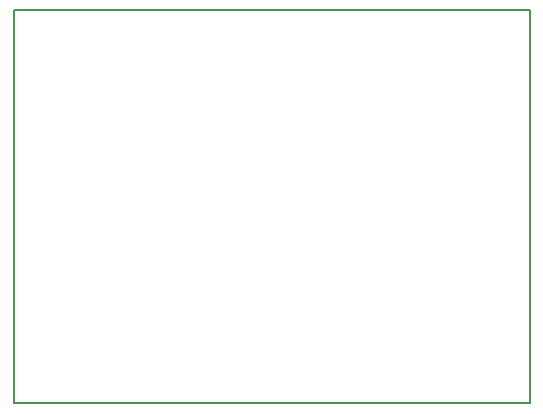
<source format=gbr>
G04 #@! TF.FileFunction,Profile,NP*
%FSLAX46Y46*%
G04 Gerber Fmt 4.6, Leading zero omitted, Abs format (unit mm)*
G04 Created by KiCad (PCBNEW 201611211049+7371~55~ubuntu16.10.1-product) date Thu Dec 29 13:08:53 2016*
%MOMM*%
%LPD*%
G01*
G04 APERTURE LIST*
%ADD10C,0.100000*%
%ADD11C,0.150000*%
G04 APERTURE END LIST*
D10*
D11*
X124206000Y-104140000D02*
X124206000Y-70866000D01*
X125603000Y-104140000D02*
X124206000Y-104140000D01*
X125603000Y-70866000D02*
X124206000Y-70866000D01*
X167894000Y-104140000D02*
X125349000Y-104140000D01*
X167894000Y-70866000D02*
X167894000Y-104140000D01*
X125476000Y-70866000D02*
X167894000Y-70866000D01*
M02*

</source>
